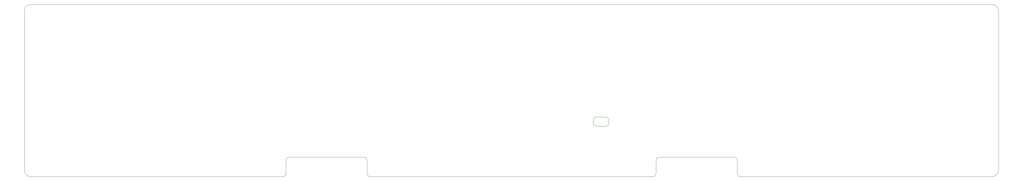
<source format=gm1>
%TF.GenerationSoftware,KiCad,Pcbnew,8.0.1*%
%TF.CreationDate,2024-06-06T00:05:14+02:00*%
%TF.ProjectId,BMW E30 VFL SI Board,424d5720-4533-4302-9056-464c20534920,rev?*%
%TF.SameCoordinates,Original*%
%TF.FileFunction,Profile,NP*%
%FSLAX46Y46*%
G04 Gerber Fmt 4.6, Leading zero omitted, Abs format (unit mm)*
G04 Created by KiCad (PCBNEW 8.0.1) date 2024-06-06 00:05:14*
%MOMM*%
%LPD*%
G01*
G04 APERTURE LIST*
%TA.AperFunction,Profile*%
%ADD10C,0.050000*%
%TD*%
G04 APERTURE END LIST*
D10*
X67100000Y-152500000D02*
G75*
G02*
X65100000Y-150500000I0J2000000D01*
G01*
X245059000Y-135165000D02*
X245059000Y-135965000D01*
X284600000Y-151500000D02*
X284600000Y-147500000D01*
X365100000Y-150500000D02*
G75*
G02*
X363100000Y-152500000I-2000000J0D01*
G01*
X240259000Y-135965000D02*
X240259000Y-135165000D01*
X146600000Y-146500000D02*
X169600000Y-146500000D01*
X65100000Y-101500000D02*
G75*
G02*
X67100000Y-99500000I2000000J0D01*
G01*
X67100000Y-152500000D02*
X144600000Y-152500000D01*
X145600000Y-151500000D02*
X145600000Y-147500000D01*
X365100000Y-101500000D02*
X365100000Y-150500000D01*
X283600000Y-146500000D02*
X260600000Y-146500000D01*
X259600000Y-151500000D02*
G75*
G02*
X258600000Y-152500000I-1000000J0D01*
G01*
X285600000Y-152500000D02*
G75*
G02*
X284600000Y-151500000I0J1000000D01*
G01*
X259600000Y-147500000D02*
X259600000Y-151500000D01*
X244059000Y-134165000D02*
G75*
G02*
X245059000Y-135165000I0J-1000000D01*
G01*
X363100000Y-99500000D02*
G75*
G02*
X365100000Y-101500000I0J-2000000D01*
G01*
X283600000Y-146500000D02*
G75*
G02*
X284600000Y-147500000I0J-1000000D01*
G01*
X244059000Y-136965000D02*
X241259000Y-136965000D01*
X67100000Y-99500000D02*
X363100000Y-99500000D01*
X259600000Y-147500000D02*
G75*
G02*
X260600000Y-146500000I1000000J0D01*
G01*
X241259000Y-136965000D02*
G75*
G02*
X240259000Y-135965000I0J1000000D01*
G01*
X171600000Y-152500000D02*
X258600000Y-152500000D01*
X169600000Y-146500000D02*
G75*
G02*
X170600000Y-147500000I0J-1000000D01*
G01*
X170600000Y-147500000D02*
X170600000Y-151500000D01*
X363100000Y-152500000D02*
X285600000Y-152500000D01*
X65100000Y-101500000D02*
X65100000Y-150500000D01*
X241259000Y-134165000D02*
X244059000Y-134165000D01*
X145600000Y-151500000D02*
G75*
G02*
X144600000Y-152500000I-1000000J0D01*
G01*
X245059000Y-135965000D02*
G75*
G02*
X244059000Y-136965000I-1000000J0D01*
G01*
X145600000Y-147500000D02*
G75*
G02*
X146600000Y-146500000I1000000J0D01*
G01*
X171600000Y-152500000D02*
G75*
G02*
X170600000Y-151500000I0J1000000D01*
G01*
X240259000Y-135165000D02*
G75*
G02*
X241259000Y-134165000I1000000J0D01*
G01*
M02*

</source>
